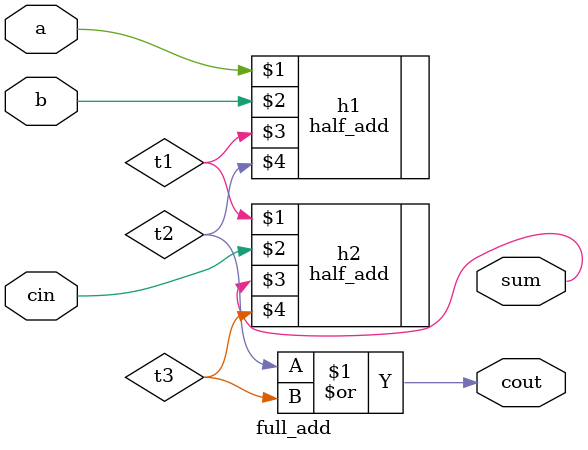
<source format=v>
`timescale 1ns / 1ps
module full_add(
    input a,
    input b,
    input cin,
    output sum,
    output cout
    );
		wire t1, t2, t3;
		half_add h1(a, b, t1, t2);
		half_add h2(t1, cin, sum, t3);
		assign cout = t2 | t3;

endmodule

</source>
